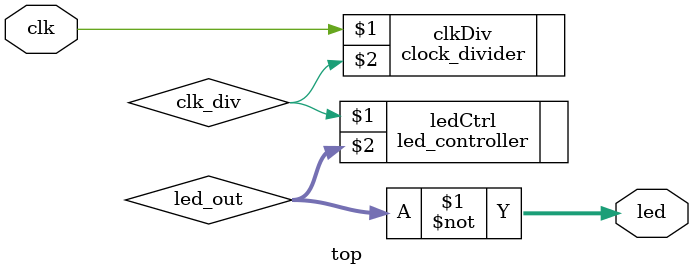
<source format=v>
module top(
    input clk,
    output [5:0] led
);
    wire clk_div;
    wire [5:0] led_out;
    
    clock_divider #(25_000_000) clkDiv (clk, clk_div);
    led_controller ledCtrl (clk_div, led_out);

    assign led = ~led_out;
endmodule

</source>
